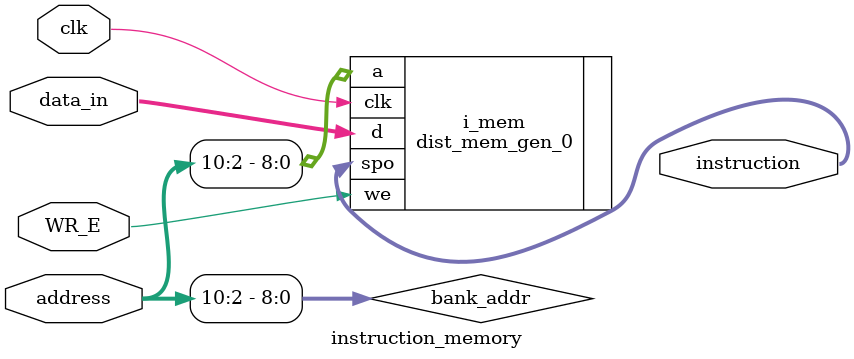
<source format=v>
`timescale 1ns / 1ps

module instruction_memory(
    input [31:0] address,
    input [31:0] data_in,
    input clk, WR_E,
    output [31:0] instruction
    );
    
    
    wire [8:0] bank_addr;

    // Bank address
    assign bank_addr = address[10:2];

    dist_mem_gen_0 i_mem (
    .a(bank_addr),
    .d(data_in),
    .clk(clk),
    .we(WR_E),
    .spo(instruction)
  );
    
endmodule

</source>
